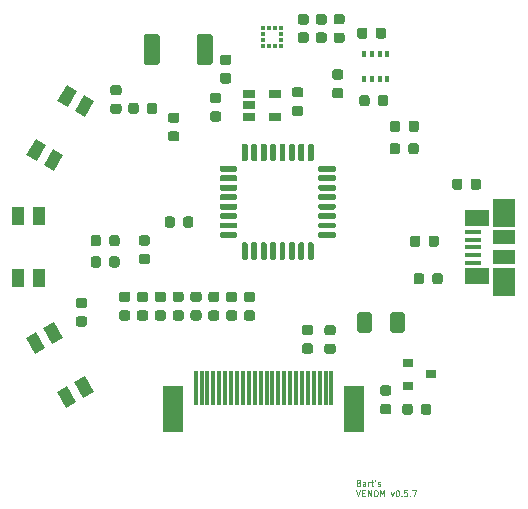
<source format=gbr>
G04 #@! TF.GenerationSoftware,KiCad,Pcbnew,5.1.8-1.fc33*
G04 #@! TF.CreationDate,2020-12-13T19:08:53+01:00*
G04 #@! TF.ProjectId,venom,76656e6f-6d2e-46b6-9963-61645f706362,rev?*
G04 #@! TF.SameCoordinates,Original*
G04 #@! TF.FileFunction,Paste,Top*
G04 #@! TF.FilePolarity,Positive*
%FSLAX46Y46*%
G04 Gerber Fmt 4.6, Leading zero omitted, Abs format (unit mm)*
G04 Created by KiCad (PCBNEW 5.1.8-1.fc33) date 2020-12-13 19:08:53*
%MOMM*%
%LPD*%
G01*
G04 APERTURE LIST*
%ADD10C,0.125000*%
%ADD11R,0.350000X0.500000*%
%ADD12R,1.800000X4.000000*%
%ADD13R,0.300000X3.000000*%
%ADD14C,0.100000*%
%ADD15R,0.900000X0.800000*%
%ADD16R,1.000000X1.550000*%
%ADD17R,1.060000X0.650000*%
%ADD18R,1.380000X0.450000*%
%ADD19R,2.100000X1.475000*%
%ADD20R,1.900000X2.375000*%
%ADD21R,1.900000X1.175000*%
%ADD22R,0.375000X0.350000*%
%ADD23R,0.350000X0.375000*%
G04 APERTURE END LIST*
D10*
X167580476Y-138716785D02*
X167651904Y-138740595D01*
X167675714Y-138764404D01*
X167699523Y-138812023D01*
X167699523Y-138883452D01*
X167675714Y-138931071D01*
X167651904Y-138954880D01*
X167604285Y-138978690D01*
X167413809Y-138978690D01*
X167413809Y-138478690D01*
X167580476Y-138478690D01*
X167628095Y-138502500D01*
X167651904Y-138526309D01*
X167675714Y-138573928D01*
X167675714Y-138621547D01*
X167651904Y-138669166D01*
X167628095Y-138692976D01*
X167580476Y-138716785D01*
X167413809Y-138716785D01*
X168128095Y-138978690D02*
X168128095Y-138716785D01*
X168104285Y-138669166D01*
X168056666Y-138645357D01*
X167961428Y-138645357D01*
X167913809Y-138669166D01*
X168128095Y-138954880D02*
X168080476Y-138978690D01*
X167961428Y-138978690D01*
X167913809Y-138954880D01*
X167890000Y-138907261D01*
X167890000Y-138859642D01*
X167913809Y-138812023D01*
X167961428Y-138788214D01*
X168080476Y-138788214D01*
X168128095Y-138764404D01*
X168366190Y-138978690D02*
X168366190Y-138645357D01*
X168366190Y-138740595D02*
X168390000Y-138692976D01*
X168413809Y-138669166D01*
X168461428Y-138645357D01*
X168509047Y-138645357D01*
X168604285Y-138645357D02*
X168794761Y-138645357D01*
X168675714Y-138478690D02*
X168675714Y-138907261D01*
X168699523Y-138954880D01*
X168747142Y-138978690D01*
X168794761Y-138978690D01*
X168985238Y-138478690D02*
X168937619Y-138573928D01*
X169175714Y-138954880D02*
X169223333Y-138978690D01*
X169318571Y-138978690D01*
X169366190Y-138954880D01*
X169390000Y-138907261D01*
X169390000Y-138883452D01*
X169366190Y-138835833D01*
X169318571Y-138812023D01*
X169247142Y-138812023D01*
X169199523Y-138788214D01*
X169175714Y-138740595D01*
X169175714Y-138716785D01*
X169199523Y-138669166D01*
X169247142Y-138645357D01*
X169318571Y-138645357D01*
X169366190Y-138669166D01*
X167378095Y-139353690D02*
X167544761Y-139853690D01*
X167711428Y-139353690D01*
X167878095Y-139591785D02*
X168044761Y-139591785D01*
X168116190Y-139853690D02*
X167878095Y-139853690D01*
X167878095Y-139353690D01*
X168116190Y-139353690D01*
X168330476Y-139853690D02*
X168330476Y-139353690D01*
X168616190Y-139853690D01*
X168616190Y-139353690D01*
X168949523Y-139353690D02*
X169044761Y-139353690D01*
X169092380Y-139377500D01*
X169140000Y-139425119D01*
X169163809Y-139520357D01*
X169163809Y-139687023D01*
X169140000Y-139782261D01*
X169092380Y-139829880D01*
X169044761Y-139853690D01*
X168949523Y-139853690D01*
X168901904Y-139829880D01*
X168854285Y-139782261D01*
X168830476Y-139687023D01*
X168830476Y-139520357D01*
X168854285Y-139425119D01*
X168901904Y-139377500D01*
X168949523Y-139353690D01*
X169378095Y-139853690D02*
X169378095Y-139353690D01*
X169544761Y-139710833D01*
X169711428Y-139353690D01*
X169711428Y-139853690D01*
X170282857Y-139520357D02*
X170401904Y-139853690D01*
X170520952Y-139520357D01*
X170806666Y-139353690D02*
X170854285Y-139353690D01*
X170901904Y-139377500D01*
X170925714Y-139401309D01*
X170949523Y-139448928D01*
X170973333Y-139544166D01*
X170973333Y-139663214D01*
X170949523Y-139758452D01*
X170925714Y-139806071D01*
X170901904Y-139829880D01*
X170854285Y-139853690D01*
X170806666Y-139853690D01*
X170759047Y-139829880D01*
X170735238Y-139806071D01*
X170711428Y-139758452D01*
X170687619Y-139663214D01*
X170687619Y-139544166D01*
X170711428Y-139448928D01*
X170735238Y-139401309D01*
X170759047Y-139377500D01*
X170806666Y-139353690D01*
X171187619Y-139806071D02*
X171211428Y-139829880D01*
X171187619Y-139853690D01*
X171163809Y-139829880D01*
X171187619Y-139806071D01*
X171187619Y-139853690D01*
X171663809Y-139353690D02*
X171425714Y-139353690D01*
X171401904Y-139591785D01*
X171425714Y-139567976D01*
X171473333Y-139544166D01*
X171592380Y-139544166D01*
X171640000Y-139567976D01*
X171663809Y-139591785D01*
X171687619Y-139639404D01*
X171687619Y-139758452D01*
X171663809Y-139806071D01*
X171640000Y-139829880D01*
X171592380Y-139853690D01*
X171473333Y-139853690D01*
X171425714Y-139829880D01*
X171401904Y-139806071D01*
X171901904Y-139806071D02*
X171925714Y-139829880D01*
X171901904Y-139853690D01*
X171878095Y-139829880D01*
X171901904Y-139806071D01*
X171901904Y-139853690D01*
X172092380Y-139353690D02*
X172425714Y-139353690D01*
X172211428Y-139853690D01*
D11*
X168045000Y-104505000D03*
X168695000Y-104505000D03*
X169345000Y-104505000D03*
X169995000Y-104505000D03*
X169995000Y-102455000D03*
X169345000Y-102455000D03*
X168695000Y-102455000D03*
X168045000Y-102455000D03*
D12*
X167160000Y-132510000D03*
X151860000Y-132510000D03*
D13*
X153760000Y-130710000D03*
X154260000Y-130710000D03*
X154760000Y-130710000D03*
X155260000Y-130710000D03*
X155760000Y-130710000D03*
X156260000Y-130710000D03*
X156760000Y-130710000D03*
X157260000Y-130710000D03*
X157760000Y-130710000D03*
X158260000Y-130710000D03*
X158760000Y-130710000D03*
X159260000Y-130710000D03*
X159760000Y-130710000D03*
X160260000Y-130710000D03*
X160760000Y-130710000D03*
X161260000Y-130710000D03*
X161760000Y-130710000D03*
X162260000Y-130710000D03*
X162760000Y-130710000D03*
X163260000Y-130710000D03*
X163760000Y-130710000D03*
X164260000Y-130710000D03*
X164760000Y-130710000D03*
X165260000Y-130710000D03*
D14*
G36*
X140863109Y-125640513D02*
G01*
X141729135Y-125140513D01*
X142504135Y-126482853D01*
X141638109Y-126982853D01*
X140863109Y-125640513D01*
G37*
G36*
X143488109Y-130187147D02*
G01*
X144354135Y-129687147D01*
X145129135Y-131029487D01*
X144263109Y-131529487D01*
X143488109Y-130187147D01*
G37*
G36*
X142015865Y-131037147D02*
G01*
X142881891Y-130537147D01*
X143656891Y-131879487D01*
X142790865Y-132379487D01*
X142015865Y-131037147D01*
G37*
G36*
X139390865Y-126490513D02*
G01*
X140256891Y-125990513D01*
X141031891Y-127332853D01*
X140165865Y-127832853D01*
X139390865Y-126490513D01*
G37*
G36*
G01*
X155215000Y-100964999D02*
X155215000Y-103115001D01*
G75*
G02*
X154965001Y-103365000I-249999J0D01*
G01*
X154114999Y-103365000D01*
G75*
G02*
X153865000Y-103115001I0J249999D01*
G01*
X153865000Y-100964999D01*
G75*
G02*
X154114999Y-100715000I249999J0D01*
G01*
X154965001Y-100715000D01*
G75*
G02*
X155215000Y-100964999I0J-249999D01*
G01*
G37*
G36*
G01*
X150715000Y-100964999D02*
X150715000Y-103115001D01*
G75*
G02*
X150465001Y-103365000I-249999J0D01*
G01*
X149614999Y-103365000D01*
G75*
G02*
X149365000Y-103115001I0J249999D01*
G01*
X149365000Y-100964999D01*
G75*
G02*
X149614999Y-100715000I249999J0D01*
G01*
X150465001Y-100715000D01*
G75*
G02*
X150715000Y-100964999I0J-249999D01*
G01*
G37*
G36*
G01*
X168306000Y-100403750D02*
X168306000Y-100916250D01*
G75*
G02*
X168087250Y-101135000I-218750J0D01*
G01*
X167649750Y-101135000D01*
G75*
G02*
X167431000Y-100916250I0J218750D01*
G01*
X167431000Y-100403750D01*
G75*
G02*
X167649750Y-100185000I218750J0D01*
G01*
X168087250Y-100185000D01*
G75*
G02*
X168306000Y-100403750I0J-218750D01*
G01*
G37*
G36*
G01*
X169881000Y-100403750D02*
X169881000Y-100916250D01*
G75*
G02*
X169662250Y-101135000I-218750J0D01*
G01*
X169224750Y-101135000D01*
G75*
G02*
X169006000Y-100916250I0J218750D01*
G01*
X169006000Y-100403750D01*
G75*
G02*
X169224750Y-100185000I218750J0D01*
G01*
X169662250Y-100185000D01*
G75*
G02*
X169881000Y-100403750I0J-218750D01*
G01*
G37*
G36*
G01*
X166166250Y-101485000D02*
X165653750Y-101485000D01*
G75*
G02*
X165435000Y-101266250I0J218750D01*
G01*
X165435000Y-100828750D01*
G75*
G02*
X165653750Y-100610000I218750J0D01*
G01*
X166166250Y-100610000D01*
G75*
G02*
X166385000Y-100828750I0J-218750D01*
G01*
X166385000Y-101266250D01*
G75*
G02*
X166166250Y-101485000I-218750J0D01*
G01*
G37*
G36*
G01*
X166166250Y-99910000D02*
X165653750Y-99910000D01*
G75*
G02*
X165435000Y-99691250I0J218750D01*
G01*
X165435000Y-99253750D01*
G75*
G02*
X165653750Y-99035000I218750J0D01*
G01*
X166166250Y-99035000D01*
G75*
G02*
X166385000Y-99253750I0J-218750D01*
G01*
X166385000Y-99691250D01*
G75*
G02*
X166166250Y-99910000I-218750J0D01*
G01*
G37*
G36*
G01*
X170195000Y-110696250D02*
X170195000Y-110183750D01*
G75*
G02*
X170413750Y-109965000I218750J0D01*
G01*
X170851250Y-109965000D01*
G75*
G02*
X171070000Y-110183750I0J-218750D01*
G01*
X171070000Y-110696250D01*
G75*
G02*
X170851250Y-110915000I-218750J0D01*
G01*
X170413750Y-110915000D01*
G75*
G02*
X170195000Y-110696250I0J218750D01*
G01*
G37*
G36*
G01*
X171770000Y-110696250D02*
X171770000Y-110183750D01*
G75*
G02*
X171988750Y-109965000I218750J0D01*
G01*
X172426250Y-109965000D01*
G75*
G02*
X172645000Y-110183750I0J-218750D01*
G01*
X172645000Y-110696250D01*
G75*
G02*
X172426250Y-110915000I-218750J0D01*
G01*
X171988750Y-110915000D01*
G75*
G02*
X171770000Y-110696250I0J218750D01*
G01*
G37*
G36*
G01*
X171790000Y-108806250D02*
X171790000Y-108293750D01*
G75*
G02*
X172008750Y-108075000I218750J0D01*
G01*
X172446250Y-108075000D01*
G75*
G02*
X172665000Y-108293750I0J-218750D01*
G01*
X172665000Y-108806250D01*
G75*
G02*
X172446250Y-109025000I-218750J0D01*
G01*
X172008750Y-109025000D01*
G75*
G02*
X171790000Y-108806250I0J218750D01*
G01*
G37*
G36*
G01*
X170215000Y-108806250D02*
X170215000Y-108293750D01*
G75*
G02*
X170433750Y-108075000I218750J0D01*
G01*
X170871250Y-108075000D01*
G75*
G02*
X171090000Y-108293750I0J-218750D01*
G01*
X171090000Y-108806250D01*
G75*
G02*
X170871250Y-109025000I-218750J0D01*
G01*
X170433750Y-109025000D01*
G75*
G02*
X170215000Y-108806250I0J218750D01*
G01*
G37*
G36*
G01*
X173480000Y-118536250D02*
X173480000Y-118023750D01*
G75*
G02*
X173698750Y-117805000I218750J0D01*
G01*
X174136250Y-117805000D01*
G75*
G02*
X174355000Y-118023750I0J-218750D01*
G01*
X174355000Y-118536250D01*
G75*
G02*
X174136250Y-118755000I-218750J0D01*
G01*
X173698750Y-118755000D01*
G75*
G02*
X173480000Y-118536250I0J218750D01*
G01*
G37*
G36*
G01*
X171905000Y-118536250D02*
X171905000Y-118023750D01*
G75*
G02*
X172123750Y-117805000I218750J0D01*
G01*
X172561250Y-117805000D01*
G75*
G02*
X172780000Y-118023750I0J-218750D01*
G01*
X172780000Y-118536250D01*
G75*
G02*
X172561250Y-118755000I-218750J0D01*
G01*
X172123750Y-118755000D01*
G75*
G02*
X171905000Y-118536250I0J218750D01*
G01*
G37*
G36*
G01*
X165396250Y-127825000D02*
X164883750Y-127825000D01*
G75*
G02*
X164665000Y-127606250I0J218750D01*
G01*
X164665000Y-127168750D01*
G75*
G02*
X164883750Y-126950000I218750J0D01*
G01*
X165396250Y-126950000D01*
G75*
G02*
X165615000Y-127168750I0J-218750D01*
G01*
X165615000Y-127606250D01*
G75*
G02*
X165396250Y-127825000I-218750J0D01*
G01*
G37*
G36*
G01*
X165396250Y-126250000D02*
X164883750Y-126250000D01*
G75*
G02*
X164665000Y-126031250I0J218750D01*
G01*
X164665000Y-125593750D01*
G75*
G02*
X164883750Y-125375000I218750J0D01*
G01*
X165396250Y-125375000D01*
G75*
G02*
X165615000Y-125593750I0J-218750D01*
G01*
X165615000Y-126031250D01*
G75*
G02*
X165396250Y-126250000I-218750J0D01*
G01*
G37*
G36*
G01*
X163486250Y-127805000D02*
X162973750Y-127805000D01*
G75*
G02*
X162755000Y-127586250I0J218750D01*
G01*
X162755000Y-127148750D01*
G75*
G02*
X162973750Y-126930000I218750J0D01*
G01*
X163486250Y-126930000D01*
G75*
G02*
X163705000Y-127148750I0J-218750D01*
G01*
X163705000Y-127586250D01*
G75*
G02*
X163486250Y-127805000I-218750J0D01*
G01*
G37*
G36*
G01*
X163486250Y-126230000D02*
X162973750Y-126230000D01*
G75*
G02*
X162755000Y-126011250I0J218750D01*
G01*
X162755000Y-125573750D01*
G75*
G02*
X162973750Y-125355000I218750J0D01*
G01*
X163486250Y-125355000D01*
G75*
G02*
X163705000Y-125573750I0J-218750D01*
G01*
X163705000Y-126011250D01*
G75*
G02*
X163486250Y-126230000I-218750J0D01*
G01*
G37*
G36*
G01*
X158576250Y-123430000D02*
X158063750Y-123430000D01*
G75*
G02*
X157845000Y-123211250I0J218750D01*
G01*
X157845000Y-122773750D01*
G75*
G02*
X158063750Y-122555000I218750J0D01*
G01*
X158576250Y-122555000D01*
G75*
G02*
X158795000Y-122773750I0J-218750D01*
G01*
X158795000Y-123211250D01*
G75*
G02*
X158576250Y-123430000I-218750J0D01*
G01*
G37*
G36*
G01*
X158576250Y-125005000D02*
X158063750Y-125005000D01*
G75*
G02*
X157845000Y-124786250I0J218750D01*
G01*
X157845000Y-124348750D01*
G75*
G02*
X158063750Y-124130000I218750J0D01*
G01*
X158576250Y-124130000D01*
G75*
G02*
X158795000Y-124348750I0J-218750D01*
G01*
X158795000Y-124786250D01*
G75*
G02*
X158576250Y-125005000I-218750J0D01*
G01*
G37*
G36*
G01*
X157066250Y-123430000D02*
X156553750Y-123430000D01*
G75*
G02*
X156335000Y-123211250I0J218750D01*
G01*
X156335000Y-122773750D01*
G75*
G02*
X156553750Y-122555000I218750J0D01*
G01*
X157066250Y-122555000D01*
G75*
G02*
X157285000Y-122773750I0J-218750D01*
G01*
X157285000Y-123211250D01*
G75*
G02*
X157066250Y-123430000I-218750J0D01*
G01*
G37*
G36*
G01*
X157066250Y-125005000D02*
X156553750Y-125005000D01*
G75*
G02*
X156335000Y-124786250I0J218750D01*
G01*
X156335000Y-124348750D01*
G75*
G02*
X156553750Y-124130000I218750J0D01*
G01*
X157066250Y-124130000D01*
G75*
G02*
X157285000Y-124348750I0J-218750D01*
G01*
X157285000Y-124786250D01*
G75*
G02*
X157066250Y-125005000I-218750J0D01*
G01*
G37*
G36*
G01*
X155556250Y-125005000D02*
X155043750Y-125005000D01*
G75*
G02*
X154825000Y-124786250I0J218750D01*
G01*
X154825000Y-124348750D01*
G75*
G02*
X155043750Y-124130000I218750J0D01*
G01*
X155556250Y-124130000D01*
G75*
G02*
X155775000Y-124348750I0J-218750D01*
G01*
X155775000Y-124786250D01*
G75*
G02*
X155556250Y-125005000I-218750J0D01*
G01*
G37*
G36*
G01*
X155556250Y-123430000D02*
X155043750Y-123430000D01*
G75*
G02*
X154825000Y-123211250I0J218750D01*
G01*
X154825000Y-122773750D01*
G75*
G02*
X155043750Y-122555000I218750J0D01*
G01*
X155556250Y-122555000D01*
G75*
G02*
X155775000Y-122773750I0J-218750D01*
G01*
X155775000Y-123211250D01*
G75*
G02*
X155556250Y-123430000I-218750J0D01*
G01*
G37*
G36*
G01*
X154046250Y-124995000D02*
X153533750Y-124995000D01*
G75*
G02*
X153315000Y-124776250I0J218750D01*
G01*
X153315000Y-124338750D01*
G75*
G02*
X153533750Y-124120000I218750J0D01*
G01*
X154046250Y-124120000D01*
G75*
G02*
X154265000Y-124338750I0J-218750D01*
G01*
X154265000Y-124776250D01*
G75*
G02*
X154046250Y-124995000I-218750J0D01*
G01*
G37*
G36*
G01*
X154046250Y-123420000D02*
X153533750Y-123420000D01*
G75*
G02*
X153315000Y-123201250I0J218750D01*
G01*
X153315000Y-122763750D01*
G75*
G02*
X153533750Y-122545000I218750J0D01*
G01*
X154046250Y-122545000D01*
G75*
G02*
X154265000Y-122763750I0J-218750D01*
G01*
X154265000Y-123201250D01*
G75*
G02*
X154046250Y-123420000I-218750J0D01*
G01*
G37*
G36*
G01*
X152536250Y-123420000D02*
X152023750Y-123420000D01*
G75*
G02*
X151805000Y-123201250I0J218750D01*
G01*
X151805000Y-122763750D01*
G75*
G02*
X152023750Y-122545000I218750J0D01*
G01*
X152536250Y-122545000D01*
G75*
G02*
X152755000Y-122763750I0J-218750D01*
G01*
X152755000Y-123201250D01*
G75*
G02*
X152536250Y-123420000I-218750J0D01*
G01*
G37*
G36*
G01*
X152536250Y-124995000D02*
X152023750Y-124995000D01*
G75*
G02*
X151805000Y-124776250I0J218750D01*
G01*
X151805000Y-124338750D01*
G75*
G02*
X152023750Y-124120000I218750J0D01*
G01*
X152536250Y-124120000D01*
G75*
G02*
X152755000Y-124338750I0J-218750D01*
G01*
X152755000Y-124776250D01*
G75*
G02*
X152536250Y-124995000I-218750J0D01*
G01*
G37*
G36*
G01*
X151026250Y-124995000D02*
X150513750Y-124995000D01*
G75*
G02*
X150295000Y-124776250I0J218750D01*
G01*
X150295000Y-124338750D01*
G75*
G02*
X150513750Y-124120000I218750J0D01*
G01*
X151026250Y-124120000D01*
G75*
G02*
X151245000Y-124338750I0J-218750D01*
G01*
X151245000Y-124776250D01*
G75*
G02*
X151026250Y-124995000I-218750J0D01*
G01*
G37*
G36*
G01*
X151026250Y-123420000D02*
X150513750Y-123420000D01*
G75*
G02*
X150295000Y-123201250I0J218750D01*
G01*
X150295000Y-122763750D01*
G75*
G02*
X150513750Y-122545000I218750J0D01*
G01*
X151026250Y-122545000D01*
G75*
G02*
X151245000Y-122763750I0J-218750D01*
G01*
X151245000Y-123201250D01*
G75*
G02*
X151026250Y-123420000I-218750J0D01*
G01*
G37*
G36*
G01*
X149516250Y-123420000D02*
X149003750Y-123420000D01*
G75*
G02*
X148785000Y-123201250I0J218750D01*
G01*
X148785000Y-122763750D01*
G75*
G02*
X149003750Y-122545000I218750J0D01*
G01*
X149516250Y-122545000D01*
G75*
G02*
X149735000Y-122763750I0J-218750D01*
G01*
X149735000Y-123201250D01*
G75*
G02*
X149516250Y-123420000I-218750J0D01*
G01*
G37*
G36*
G01*
X149516250Y-124995000D02*
X149003750Y-124995000D01*
G75*
G02*
X148785000Y-124776250I0J218750D01*
G01*
X148785000Y-124338750D01*
G75*
G02*
X149003750Y-124120000I218750J0D01*
G01*
X149516250Y-124120000D01*
G75*
G02*
X149735000Y-124338750I0J-218750D01*
G01*
X149735000Y-124776250D01*
G75*
G02*
X149516250Y-124995000I-218750J0D01*
G01*
G37*
G36*
G01*
X148006250Y-123420000D02*
X147493750Y-123420000D01*
G75*
G02*
X147275000Y-123201250I0J218750D01*
G01*
X147275000Y-122763750D01*
G75*
G02*
X147493750Y-122545000I218750J0D01*
G01*
X148006250Y-122545000D01*
G75*
G02*
X148225000Y-122763750I0J-218750D01*
G01*
X148225000Y-123201250D01*
G75*
G02*
X148006250Y-123420000I-218750J0D01*
G01*
G37*
G36*
G01*
X148006250Y-124995000D02*
X147493750Y-124995000D01*
G75*
G02*
X147275000Y-124776250I0J218750D01*
G01*
X147275000Y-124338750D01*
G75*
G02*
X147493750Y-124120000I218750J0D01*
G01*
X148006250Y-124120000D01*
G75*
G02*
X148225000Y-124338750I0J-218750D01*
G01*
X148225000Y-124776250D01*
G75*
G02*
X148006250Y-124995000I-218750J0D01*
G01*
G37*
G36*
G01*
X155191750Y-107284000D02*
X155704250Y-107284000D01*
G75*
G02*
X155923000Y-107502750I0J-218750D01*
G01*
X155923000Y-107940250D01*
G75*
G02*
X155704250Y-108159000I-218750J0D01*
G01*
X155191750Y-108159000D01*
G75*
G02*
X154973000Y-107940250I0J218750D01*
G01*
X154973000Y-107502750D01*
G75*
G02*
X155191750Y-107284000I218750J0D01*
G01*
G37*
G36*
G01*
X155191750Y-105709000D02*
X155704250Y-105709000D01*
G75*
G02*
X155923000Y-105927750I0J-218750D01*
G01*
X155923000Y-106365250D01*
G75*
G02*
X155704250Y-106584000I-218750J0D01*
G01*
X155191750Y-106584000D01*
G75*
G02*
X154973000Y-106365250I0J218750D01*
G01*
X154973000Y-105927750D01*
G75*
G02*
X155191750Y-105709000I218750J0D01*
G01*
G37*
G36*
G01*
X162646250Y-107675000D02*
X162133750Y-107675000D01*
G75*
G02*
X161915000Y-107456250I0J218750D01*
G01*
X161915000Y-107018750D01*
G75*
G02*
X162133750Y-106800000I218750J0D01*
G01*
X162646250Y-106800000D01*
G75*
G02*
X162865000Y-107018750I0J-218750D01*
G01*
X162865000Y-107456250D01*
G75*
G02*
X162646250Y-107675000I-218750J0D01*
G01*
G37*
G36*
G01*
X162646250Y-106100000D02*
X162133750Y-106100000D01*
G75*
G02*
X161915000Y-105881250I0J218750D01*
G01*
X161915000Y-105443750D01*
G75*
G02*
X162133750Y-105225000I218750J0D01*
G01*
X162646250Y-105225000D01*
G75*
G02*
X162865000Y-105443750I0J-218750D01*
G01*
X162865000Y-105881250D01*
G75*
G02*
X162646250Y-106100000I-218750J0D01*
G01*
G37*
D15*
X171700000Y-128590000D03*
X171700000Y-130490000D03*
X173700000Y-129540000D03*
G36*
G01*
X151635750Y-107377500D02*
X152148250Y-107377500D01*
G75*
G02*
X152367000Y-107596250I0J-218750D01*
G01*
X152367000Y-108033750D01*
G75*
G02*
X152148250Y-108252500I-218750J0D01*
G01*
X151635750Y-108252500D01*
G75*
G02*
X151417000Y-108033750I0J218750D01*
G01*
X151417000Y-107596250D01*
G75*
G02*
X151635750Y-107377500I218750J0D01*
G01*
G37*
G36*
G01*
X151635750Y-108952500D02*
X152148250Y-108952500D01*
G75*
G02*
X152367000Y-109171250I0J-218750D01*
G01*
X152367000Y-109608750D01*
G75*
G02*
X152148250Y-109827500I-218750J0D01*
G01*
X151635750Y-109827500D01*
G75*
G02*
X151417000Y-109608750I0J218750D01*
G01*
X151417000Y-109171250D01*
G75*
G02*
X151635750Y-108952500I218750J0D01*
G01*
G37*
G36*
G01*
X168480000Y-106113750D02*
X168480000Y-106626250D01*
G75*
G02*
X168261250Y-106845000I-218750J0D01*
G01*
X167823750Y-106845000D01*
G75*
G02*
X167605000Y-106626250I0J218750D01*
G01*
X167605000Y-106113750D01*
G75*
G02*
X167823750Y-105895000I218750J0D01*
G01*
X168261250Y-105895000D01*
G75*
G02*
X168480000Y-106113750I0J-218750D01*
G01*
G37*
G36*
G01*
X170055000Y-106113750D02*
X170055000Y-106626250D01*
G75*
G02*
X169836250Y-106845000I-218750J0D01*
G01*
X169398750Y-106845000D01*
G75*
G02*
X169180000Y-106626250I0J218750D01*
G01*
X169180000Y-106113750D01*
G75*
G02*
X169398750Y-105895000I218750J0D01*
G01*
X169836250Y-105895000D01*
G75*
G02*
X170055000Y-106113750I0J-218750D01*
G01*
G37*
G36*
G01*
X166046250Y-106165000D02*
X165533750Y-106165000D01*
G75*
G02*
X165315000Y-105946250I0J218750D01*
G01*
X165315000Y-105508750D01*
G75*
G02*
X165533750Y-105290000I218750J0D01*
G01*
X166046250Y-105290000D01*
G75*
G02*
X166265000Y-105508750I0J-218750D01*
G01*
X166265000Y-105946250D01*
G75*
G02*
X166046250Y-106165000I-218750J0D01*
G01*
G37*
G36*
G01*
X166046250Y-104590000D02*
X165533750Y-104590000D01*
G75*
G02*
X165315000Y-104371250I0J218750D01*
G01*
X165315000Y-103933750D01*
G75*
G02*
X165533750Y-103715000I218750J0D01*
G01*
X166046250Y-103715000D01*
G75*
G02*
X166265000Y-103933750I0J-218750D01*
G01*
X166265000Y-104371250D01*
G75*
G02*
X166046250Y-104590000I-218750J0D01*
G01*
G37*
G36*
G01*
X169593750Y-130475000D02*
X170106250Y-130475000D01*
G75*
G02*
X170325000Y-130693750I0J-218750D01*
G01*
X170325000Y-131131250D01*
G75*
G02*
X170106250Y-131350000I-218750J0D01*
G01*
X169593750Y-131350000D01*
G75*
G02*
X169375000Y-131131250I0J218750D01*
G01*
X169375000Y-130693750D01*
G75*
G02*
X169593750Y-130475000I218750J0D01*
G01*
G37*
G36*
G01*
X169593750Y-132050000D02*
X170106250Y-132050000D01*
G75*
G02*
X170325000Y-132268750I0J-218750D01*
G01*
X170325000Y-132706250D01*
G75*
G02*
X170106250Y-132925000I-218750J0D01*
G01*
X169593750Y-132925000D01*
G75*
G02*
X169375000Y-132706250I0J218750D01*
G01*
X169375000Y-132268750D01*
G75*
G02*
X169593750Y-132050000I218750J0D01*
G01*
G37*
G36*
G01*
X172830000Y-132756250D02*
X172830000Y-132243750D01*
G75*
G02*
X173048750Y-132025000I218750J0D01*
G01*
X173486250Y-132025000D01*
G75*
G02*
X173705000Y-132243750I0J-218750D01*
G01*
X173705000Y-132756250D01*
G75*
G02*
X173486250Y-132975000I-218750J0D01*
G01*
X173048750Y-132975000D01*
G75*
G02*
X172830000Y-132756250I0J218750D01*
G01*
G37*
G36*
G01*
X171255000Y-132756250D02*
X171255000Y-132243750D01*
G75*
G02*
X171473750Y-132025000I218750J0D01*
G01*
X171911250Y-132025000D01*
G75*
G02*
X172130000Y-132243750I0J-218750D01*
G01*
X172130000Y-132756250D01*
G75*
G02*
X171911250Y-132975000I-218750J0D01*
G01*
X171473750Y-132975000D01*
G75*
G02*
X171255000Y-132756250I0J218750D01*
G01*
G37*
D14*
G36*
X144303109Y-105930513D02*
G01*
X145169135Y-106430513D01*
X144394135Y-107772853D01*
X143528109Y-107272853D01*
X144303109Y-105930513D01*
G37*
G36*
X141678109Y-110477147D02*
G01*
X142544135Y-110977147D01*
X141769135Y-112319487D01*
X140903109Y-111819487D01*
X141678109Y-110477147D01*
G37*
G36*
X140205865Y-109627147D02*
G01*
X141071891Y-110127147D01*
X140296891Y-111469487D01*
X139430865Y-110969487D01*
X140205865Y-109627147D01*
G37*
G36*
X142830865Y-105080513D02*
G01*
X143696891Y-105580513D01*
X142921891Y-106922853D01*
X142055865Y-106422853D01*
X142830865Y-105080513D01*
G37*
D16*
X138760000Y-116155000D03*
X138760000Y-121405000D03*
X140460000Y-121405000D03*
X140460000Y-116155000D03*
D17*
X158310000Y-105830000D03*
X158310000Y-106780000D03*
X158310000Y-107730000D03*
X160510000Y-107730000D03*
X160510000Y-105830000D03*
D18*
X177210000Y-120080000D03*
X177210000Y-119430000D03*
X177210000Y-118780000D03*
X177210000Y-118130000D03*
X177210000Y-117480000D03*
D19*
X177570000Y-121242500D03*
X177570000Y-116317500D03*
D20*
X179870000Y-121690000D03*
X179870000Y-115870000D03*
D21*
X179870000Y-119620000D03*
X179870000Y-117940000D03*
G36*
G01*
X173100000Y-121193750D02*
X173100000Y-121706250D01*
G75*
G02*
X172881250Y-121925000I-218750J0D01*
G01*
X172443750Y-121925000D01*
G75*
G02*
X172225000Y-121706250I0J218750D01*
G01*
X172225000Y-121193750D01*
G75*
G02*
X172443750Y-120975000I218750J0D01*
G01*
X172881250Y-120975000D01*
G75*
G02*
X173100000Y-121193750I0J-218750D01*
G01*
G37*
G36*
G01*
X174675000Y-121193750D02*
X174675000Y-121706250D01*
G75*
G02*
X174456250Y-121925000I-218750J0D01*
G01*
X174018750Y-121925000D01*
G75*
G02*
X173800000Y-121706250I0J218750D01*
G01*
X173800000Y-121193750D01*
G75*
G02*
X174018750Y-120975000I218750J0D01*
G01*
X174456250Y-120975000D01*
G75*
G02*
X174675000Y-121193750I0J-218750D01*
G01*
G37*
G36*
G01*
X153575000Y-116393750D02*
X153575000Y-116906250D01*
G75*
G02*
X153356250Y-117125000I-218750J0D01*
G01*
X152918750Y-117125000D01*
G75*
G02*
X152700000Y-116906250I0J218750D01*
G01*
X152700000Y-116393750D01*
G75*
G02*
X152918750Y-116175000I218750J0D01*
G01*
X153356250Y-116175000D01*
G75*
G02*
X153575000Y-116393750I0J-218750D01*
G01*
G37*
G36*
G01*
X152000000Y-116393750D02*
X152000000Y-116906250D01*
G75*
G02*
X151781250Y-117125000I-218750J0D01*
G01*
X151343750Y-117125000D01*
G75*
G02*
X151125000Y-116906250I0J218750D01*
G01*
X151125000Y-116393750D01*
G75*
G02*
X151343750Y-116175000I218750J0D01*
G01*
X151781250Y-116175000D01*
G75*
G02*
X152000000Y-116393750I0J-218750D01*
G01*
G37*
G36*
G01*
X163385000Y-110015000D02*
X163635000Y-110015000D01*
G75*
G02*
X163760000Y-110140000I0J-125000D01*
G01*
X163760000Y-111390000D01*
G75*
G02*
X163635000Y-111515000I-125000J0D01*
G01*
X163385000Y-111515000D01*
G75*
G02*
X163260000Y-111390000I0J125000D01*
G01*
X163260000Y-110140000D01*
G75*
G02*
X163385000Y-110015000I125000J0D01*
G01*
G37*
G36*
G01*
X162585000Y-110015000D02*
X162835000Y-110015000D01*
G75*
G02*
X162960000Y-110140000I0J-125000D01*
G01*
X162960000Y-111390000D01*
G75*
G02*
X162835000Y-111515000I-125000J0D01*
G01*
X162585000Y-111515000D01*
G75*
G02*
X162460000Y-111390000I0J125000D01*
G01*
X162460000Y-110140000D01*
G75*
G02*
X162585000Y-110015000I125000J0D01*
G01*
G37*
G36*
G01*
X161785000Y-110015000D02*
X162035000Y-110015000D01*
G75*
G02*
X162160000Y-110140000I0J-125000D01*
G01*
X162160000Y-111390000D01*
G75*
G02*
X162035000Y-111515000I-125000J0D01*
G01*
X161785000Y-111515000D01*
G75*
G02*
X161660000Y-111390000I0J125000D01*
G01*
X161660000Y-110140000D01*
G75*
G02*
X161785000Y-110015000I125000J0D01*
G01*
G37*
G36*
G01*
X160985000Y-110015000D02*
X161235000Y-110015000D01*
G75*
G02*
X161360000Y-110140000I0J-125000D01*
G01*
X161360000Y-111390000D01*
G75*
G02*
X161235000Y-111515000I-125000J0D01*
G01*
X160985000Y-111515000D01*
G75*
G02*
X160860000Y-111390000I0J125000D01*
G01*
X160860000Y-110140000D01*
G75*
G02*
X160985000Y-110015000I125000J0D01*
G01*
G37*
G36*
G01*
X160185000Y-110015000D02*
X160435000Y-110015000D01*
G75*
G02*
X160560000Y-110140000I0J-125000D01*
G01*
X160560000Y-111390000D01*
G75*
G02*
X160435000Y-111515000I-125000J0D01*
G01*
X160185000Y-111515000D01*
G75*
G02*
X160060000Y-111390000I0J125000D01*
G01*
X160060000Y-110140000D01*
G75*
G02*
X160185000Y-110015000I125000J0D01*
G01*
G37*
G36*
G01*
X159385000Y-110015000D02*
X159635000Y-110015000D01*
G75*
G02*
X159760000Y-110140000I0J-125000D01*
G01*
X159760000Y-111390000D01*
G75*
G02*
X159635000Y-111515000I-125000J0D01*
G01*
X159385000Y-111515000D01*
G75*
G02*
X159260000Y-111390000I0J125000D01*
G01*
X159260000Y-110140000D01*
G75*
G02*
X159385000Y-110015000I125000J0D01*
G01*
G37*
G36*
G01*
X158585000Y-110015000D02*
X158835000Y-110015000D01*
G75*
G02*
X158960000Y-110140000I0J-125000D01*
G01*
X158960000Y-111390000D01*
G75*
G02*
X158835000Y-111515000I-125000J0D01*
G01*
X158585000Y-111515000D01*
G75*
G02*
X158460000Y-111390000I0J125000D01*
G01*
X158460000Y-110140000D01*
G75*
G02*
X158585000Y-110015000I125000J0D01*
G01*
G37*
G36*
G01*
X157785000Y-110015000D02*
X158035000Y-110015000D01*
G75*
G02*
X158160000Y-110140000I0J-125000D01*
G01*
X158160000Y-111390000D01*
G75*
G02*
X158035000Y-111515000I-125000J0D01*
G01*
X157785000Y-111515000D01*
G75*
G02*
X157660000Y-111390000I0J125000D01*
G01*
X157660000Y-110140000D01*
G75*
G02*
X157785000Y-110015000I125000J0D01*
G01*
G37*
G36*
G01*
X155910000Y-111890000D02*
X157160000Y-111890000D01*
G75*
G02*
X157285000Y-112015000I0J-125000D01*
G01*
X157285000Y-112265000D01*
G75*
G02*
X157160000Y-112390000I-125000J0D01*
G01*
X155910000Y-112390000D01*
G75*
G02*
X155785000Y-112265000I0J125000D01*
G01*
X155785000Y-112015000D01*
G75*
G02*
X155910000Y-111890000I125000J0D01*
G01*
G37*
G36*
G01*
X155910000Y-112690000D02*
X157160000Y-112690000D01*
G75*
G02*
X157285000Y-112815000I0J-125000D01*
G01*
X157285000Y-113065000D01*
G75*
G02*
X157160000Y-113190000I-125000J0D01*
G01*
X155910000Y-113190000D01*
G75*
G02*
X155785000Y-113065000I0J125000D01*
G01*
X155785000Y-112815000D01*
G75*
G02*
X155910000Y-112690000I125000J0D01*
G01*
G37*
G36*
G01*
X155910000Y-113490000D02*
X157160000Y-113490000D01*
G75*
G02*
X157285000Y-113615000I0J-125000D01*
G01*
X157285000Y-113865000D01*
G75*
G02*
X157160000Y-113990000I-125000J0D01*
G01*
X155910000Y-113990000D01*
G75*
G02*
X155785000Y-113865000I0J125000D01*
G01*
X155785000Y-113615000D01*
G75*
G02*
X155910000Y-113490000I125000J0D01*
G01*
G37*
G36*
G01*
X155910000Y-114290000D02*
X157160000Y-114290000D01*
G75*
G02*
X157285000Y-114415000I0J-125000D01*
G01*
X157285000Y-114665000D01*
G75*
G02*
X157160000Y-114790000I-125000J0D01*
G01*
X155910000Y-114790000D01*
G75*
G02*
X155785000Y-114665000I0J125000D01*
G01*
X155785000Y-114415000D01*
G75*
G02*
X155910000Y-114290000I125000J0D01*
G01*
G37*
G36*
G01*
X155910000Y-115090000D02*
X157160000Y-115090000D01*
G75*
G02*
X157285000Y-115215000I0J-125000D01*
G01*
X157285000Y-115465000D01*
G75*
G02*
X157160000Y-115590000I-125000J0D01*
G01*
X155910000Y-115590000D01*
G75*
G02*
X155785000Y-115465000I0J125000D01*
G01*
X155785000Y-115215000D01*
G75*
G02*
X155910000Y-115090000I125000J0D01*
G01*
G37*
G36*
G01*
X155910000Y-115890000D02*
X157160000Y-115890000D01*
G75*
G02*
X157285000Y-116015000I0J-125000D01*
G01*
X157285000Y-116265000D01*
G75*
G02*
X157160000Y-116390000I-125000J0D01*
G01*
X155910000Y-116390000D01*
G75*
G02*
X155785000Y-116265000I0J125000D01*
G01*
X155785000Y-116015000D01*
G75*
G02*
X155910000Y-115890000I125000J0D01*
G01*
G37*
G36*
G01*
X155910000Y-116690000D02*
X157160000Y-116690000D01*
G75*
G02*
X157285000Y-116815000I0J-125000D01*
G01*
X157285000Y-117065000D01*
G75*
G02*
X157160000Y-117190000I-125000J0D01*
G01*
X155910000Y-117190000D01*
G75*
G02*
X155785000Y-117065000I0J125000D01*
G01*
X155785000Y-116815000D01*
G75*
G02*
X155910000Y-116690000I125000J0D01*
G01*
G37*
G36*
G01*
X155910000Y-117490000D02*
X157160000Y-117490000D01*
G75*
G02*
X157285000Y-117615000I0J-125000D01*
G01*
X157285000Y-117865000D01*
G75*
G02*
X157160000Y-117990000I-125000J0D01*
G01*
X155910000Y-117990000D01*
G75*
G02*
X155785000Y-117865000I0J125000D01*
G01*
X155785000Y-117615000D01*
G75*
G02*
X155910000Y-117490000I125000J0D01*
G01*
G37*
G36*
G01*
X157785000Y-118365000D02*
X158035000Y-118365000D01*
G75*
G02*
X158160000Y-118490000I0J-125000D01*
G01*
X158160000Y-119740000D01*
G75*
G02*
X158035000Y-119865000I-125000J0D01*
G01*
X157785000Y-119865000D01*
G75*
G02*
X157660000Y-119740000I0J125000D01*
G01*
X157660000Y-118490000D01*
G75*
G02*
X157785000Y-118365000I125000J0D01*
G01*
G37*
G36*
G01*
X158585000Y-118365000D02*
X158835000Y-118365000D01*
G75*
G02*
X158960000Y-118490000I0J-125000D01*
G01*
X158960000Y-119740000D01*
G75*
G02*
X158835000Y-119865000I-125000J0D01*
G01*
X158585000Y-119865000D01*
G75*
G02*
X158460000Y-119740000I0J125000D01*
G01*
X158460000Y-118490000D01*
G75*
G02*
X158585000Y-118365000I125000J0D01*
G01*
G37*
G36*
G01*
X159385000Y-118365000D02*
X159635000Y-118365000D01*
G75*
G02*
X159760000Y-118490000I0J-125000D01*
G01*
X159760000Y-119740000D01*
G75*
G02*
X159635000Y-119865000I-125000J0D01*
G01*
X159385000Y-119865000D01*
G75*
G02*
X159260000Y-119740000I0J125000D01*
G01*
X159260000Y-118490000D01*
G75*
G02*
X159385000Y-118365000I125000J0D01*
G01*
G37*
G36*
G01*
X160185000Y-118365000D02*
X160435000Y-118365000D01*
G75*
G02*
X160560000Y-118490000I0J-125000D01*
G01*
X160560000Y-119740000D01*
G75*
G02*
X160435000Y-119865000I-125000J0D01*
G01*
X160185000Y-119865000D01*
G75*
G02*
X160060000Y-119740000I0J125000D01*
G01*
X160060000Y-118490000D01*
G75*
G02*
X160185000Y-118365000I125000J0D01*
G01*
G37*
G36*
G01*
X160985000Y-118365000D02*
X161235000Y-118365000D01*
G75*
G02*
X161360000Y-118490000I0J-125000D01*
G01*
X161360000Y-119740000D01*
G75*
G02*
X161235000Y-119865000I-125000J0D01*
G01*
X160985000Y-119865000D01*
G75*
G02*
X160860000Y-119740000I0J125000D01*
G01*
X160860000Y-118490000D01*
G75*
G02*
X160985000Y-118365000I125000J0D01*
G01*
G37*
G36*
G01*
X161785000Y-118365000D02*
X162035000Y-118365000D01*
G75*
G02*
X162160000Y-118490000I0J-125000D01*
G01*
X162160000Y-119740000D01*
G75*
G02*
X162035000Y-119865000I-125000J0D01*
G01*
X161785000Y-119865000D01*
G75*
G02*
X161660000Y-119740000I0J125000D01*
G01*
X161660000Y-118490000D01*
G75*
G02*
X161785000Y-118365000I125000J0D01*
G01*
G37*
G36*
G01*
X162585000Y-118365000D02*
X162835000Y-118365000D01*
G75*
G02*
X162960000Y-118490000I0J-125000D01*
G01*
X162960000Y-119740000D01*
G75*
G02*
X162835000Y-119865000I-125000J0D01*
G01*
X162585000Y-119865000D01*
G75*
G02*
X162460000Y-119740000I0J125000D01*
G01*
X162460000Y-118490000D01*
G75*
G02*
X162585000Y-118365000I125000J0D01*
G01*
G37*
G36*
G01*
X163385000Y-118365000D02*
X163635000Y-118365000D01*
G75*
G02*
X163760000Y-118490000I0J-125000D01*
G01*
X163760000Y-119740000D01*
G75*
G02*
X163635000Y-119865000I-125000J0D01*
G01*
X163385000Y-119865000D01*
G75*
G02*
X163260000Y-119740000I0J125000D01*
G01*
X163260000Y-118490000D01*
G75*
G02*
X163385000Y-118365000I125000J0D01*
G01*
G37*
G36*
G01*
X164260000Y-117490000D02*
X165510000Y-117490000D01*
G75*
G02*
X165635000Y-117615000I0J-125000D01*
G01*
X165635000Y-117865000D01*
G75*
G02*
X165510000Y-117990000I-125000J0D01*
G01*
X164260000Y-117990000D01*
G75*
G02*
X164135000Y-117865000I0J125000D01*
G01*
X164135000Y-117615000D01*
G75*
G02*
X164260000Y-117490000I125000J0D01*
G01*
G37*
G36*
G01*
X164260000Y-116690000D02*
X165510000Y-116690000D01*
G75*
G02*
X165635000Y-116815000I0J-125000D01*
G01*
X165635000Y-117065000D01*
G75*
G02*
X165510000Y-117190000I-125000J0D01*
G01*
X164260000Y-117190000D01*
G75*
G02*
X164135000Y-117065000I0J125000D01*
G01*
X164135000Y-116815000D01*
G75*
G02*
X164260000Y-116690000I125000J0D01*
G01*
G37*
G36*
G01*
X164260000Y-115890000D02*
X165510000Y-115890000D01*
G75*
G02*
X165635000Y-116015000I0J-125000D01*
G01*
X165635000Y-116265000D01*
G75*
G02*
X165510000Y-116390000I-125000J0D01*
G01*
X164260000Y-116390000D01*
G75*
G02*
X164135000Y-116265000I0J125000D01*
G01*
X164135000Y-116015000D01*
G75*
G02*
X164260000Y-115890000I125000J0D01*
G01*
G37*
G36*
G01*
X164260000Y-115090000D02*
X165510000Y-115090000D01*
G75*
G02*
X165635000Y-115215000I0J-125000D01*
G01*
X165635000Y-115465000D01*
G75*
G02*
X165510000Y-115590000I-125000J0D01*
G01*
X164260000Y-115590000D01*
G75*
G02*
X164135000Y-115465000I0J125000D01*
G01*
X164135000Y-115215000D01*
G75*
G02*
X164260000Y-115090000I125000J0D01*
G01*
G37*
G36*
G01*
X164260000Y-114290000D02*
X165510000Y-114290000D01*
G75*
G02*
X165635000Y-114415000I0J-125000D01*
G01*
X165635000Y-114665000D01*
G75*
G02*
X165510000Y-114790000I-125000J0D01*
G01*
X164260000Y-114790000D01*
G75*
G02*
X164135000Y-114665000I0J125000D01*
G01*
X164135000Y-114415000D01*
G75*
G02*
X164260000Y-114290000I125000J0D01*
G01*
G37*
G36*
G01*
X164260000Y-113490000D02*
X165510000Y-113490000D01*
G75*
G02*
X165635000Y-113615000I0J-125000D01*
G01*
X165635000Y-113865000D01*
G75*
G02*
X165510000Y-113990000I-125000J0D01*
G01*
X164260000Y-113990000D01*
G75*
G02*
X164135000Y-113865000I0J125000D01*
G01*
X164135000Y-113615000D01*
G75*
G02*
X164260000Y-113490000I125000J0D01*
G01*
G37*
G36*
G01*
X164260000Y-112690000D02*
X165510000Y-112690000D01*
G75*
G02*
X165635000Y-112815000I0J-125000D01*
G01*
X165635000Y-113065000D01*
G75*
G02*
X165510000Y-113190000I-125000J0D01*
G01*
X164260000Y-113190000D01*
G75*
G02*
X164135000Y-113065000I0J125000D01*
G01*
X164135000Y-112815000D01*
G75*
G02*
X164260000Y-112690000I125000J0D01*
G01*
G37*
G36*
G01*
X164260000Y-111890000D02*
X165510000Y-111890000D01*
G75*
G02*
X165635000Y-112015000I0J-125000D01*
G01*
X165635000Y-112265000D01*
G75*
G02*
X165510000Y-112390000I-125000J0D01*
G01*
X164260000Y-112390000D01*
G75*
G02*
X164135000Y-112265000I0J125000D01*
G01*
X164135000Y-112015000D01*
G75*
G02*
X164260000Y-111890000I125000J0D01*
G01*
G37*
G36*
G01*
X177050000Y-113706250D02*
X177050000Y-113193750D01*
G75*
G02*
X177268750Y-112975000I218750J0D01*
G01*
X177706250Y-112975000D01*
G75*
G02*
X177925000Y-113193750I0J-218750D01*
G01*
X177925000Y-113706250D01*
G75*
G02*
X177706250Y-113925000I-218750J0D01*
G01*
X177268750Y-113925000D01*
G75*
G02*
X177050000Y-113706250I0J218750D01*
G01*
G37*
G36*
G01*
X175475000Y-113706250D02*
X175475000Y-113193750D01*
G75*
G02*
X175693750Y-112975000I218750J0D01*
G01*
X176131250Y-112975000D01*
G75*
G02*
X176350000Y-113193750I0J-218750D01*
G01*
X176350000Y-113706250D01*
G75*
G02*
X176131250Y-113925000I-218750J0D01*
G01*
X175693750Y-113925000D01*
G75*
G02*
X175475000Y-113706250I0J218750D01*
G01*
G37*
G36*
G01*
X147266250Y-107495000D02*
X146753750Y-107495000D01*
G75*
G02*
X146535000Y-107276250I0J218750D01*
G01*
X146535000Y-106838750D01*
G75*
G02*
X146753750Y-106620000I218750J0D01*
G01*
X147266250Y-106620000D01*
G75*
G02*
X147485000Y-106838750I0J-218750D01*
G01*
X147485000Y-107276250D01*
G75*
G02*
X147266250Y-107495000I-218750J0D01*
G01*
G37*
G36*
G01*
X147266250Y-105920000D02*
X146753750Y-105920000D01*
G75*
G02*
X146535000Y-105701250I0J218750D01*
G01*
X146535000Y-105263750D01*
G75*
G02*
X146753750Y-105045000I218750J0D01*
G01*
X147266250Y-105045000D01*
G75*
G02*
X147485000Y-105263750I0J-218750D01*
G01*
X147485000Y-105701250D01*
G75*
G02*
X147266250Y-105920000I-218750J0D01*
G01*
G37*
G36*
G01*
X145740000Y-117963750D02*
X145740000Y-118476250D01*
G75*
G02*
X145521250Y-118695000I-218750J0D01*
G01*
X145083750Y-118695000D01*
G75*
G02*
X144865000Y-118476250I0J218750D01*
G01*
X144865000Y-117963750D01*
G75*
G02*
X145083750Y-117745000I218750J0D01*
G01*
X145521250Y-117745000D01*
G75*
G02*
X145740000Y-117963750I0J-218750D01*
G01*
G37*
G36*
G01*
X147315000Y-117963750D02*
X147315000Y-118476250D01*
G75*
G02*
X147096250Y-118695000I-218750J0D01*
G01*
X146658750Y-118695000D01*
G75*
G02*
X146440000Y-118476250I0J218750D01*
G01*
X146440000Y-117963750D01*
G75*
G02*
X146658750Y-117745000I218750J0D01*
G01*
X147096250Y-117745000D01*
G75*
G02*
X147315000Y-117963750I0J-218750D01*
G01*
G37*
G36*
G01*
X143833750Y-123045000D02*
X144346250Y-123045000D01*
G75*
G02*
X144565000Y-123263750I0J-218750D01*
G01*
X144565000Y-123701250D01*
G75*
G02*
X144346250Y-123920000I-218750J0D01*
G01*
X143833750Y-123920000D01*
G75*
G02*
X143615000Y-123701250I0J218750D01*
G01*
X143615000Y-123263750D01*
G75*
G02*
X143833750Y-123045000I218750J0D01*
G01*
G37*
G36*
G01*
X143833750Y-124620000D02*
X144346250Y-124620000D01*
G75*
G02*
X144565000Y-124838750I0J-218750D01*
G01*
X144565000Y-125276250D01*
G75*
G02*
X144346250Y-125495000I-218750J0D01*
G01*
X143833750Y-125495000D01*
G75*
G02*
X143615000Y-125276250I0J218750D01*
G01*
X143615000Y-124838750D01*
G75*
G02*
X143833750Y-124620000I218750J0D01*
G01*
G37*
G36*
G01*
X150505000Y-106763750D02*
X150505000Y-107276250D01*
G75*
G02*
X150286250Y-107495000I-218750J0D01*
G01*
X149848750Y-107495000D01*
G75*
G02*
X149630000Y-107276250I0J218750D01*
G01*
X149630000Y-106763750D01*
G75*
G02*
X149848750Y-106545000I218750J0D01*
G01*
X150286250Y-106545000D01*
G75*
G02*
X150505000Y-106763750I0J-218750D01*
G01*
G37*
G36*
G01*
X148930000Y-106763750D02*
X148930000Y-107276250D01*
G75*
G02*
X148711250Y-107495000I-218750J0D01*
G01*
X148273750Y-107495000D01*
G75*
G02*
X148055000Y-107276250I0J218750D01*
G01*
X148055000Y-106763750D01*
G75*
G02*
X148273750Y-106545000I218750J0D01*
G01*
X148711250Y-106545000D01*
G75*
G02*
X148930000Y-106763750I0J-218750D01*
G01*
G37*
G36*
G01*
X149676250Y-118650000D02*
X149163750Y-118650000D01*
G75*
G02*
X148945000Y-118431250I0J218750D01*
G01*
X148945000Y-117993750D01*
G75*
G02*
X149163750Y-117775000I218750J0D01*
G01*
X149676250Y-117775000D01*
G75*
G02*
X149895000Y-117993750I0J-218750D01*
G01*
X149895000Y-118431250D01*
G75*
G02*
X149676250Y-118650000I-218750J0D01*
G01*
G37*
G36*
G01*
X149676250Y-120225000D02*
X149163750Y-120225000D01*
G75*
G02*
X148945000Y-120006250I0J218750D01*
G01*
X148945000Y-119568750D01*
G75*
G02*
X149163750Y-119350000I218750J0D01*
G01*
X149676250Y-119350000D01*
G75*
G02*
X149895000Y-119568750I0J-218750D01*
G01*
X149895000Y-120006250D01*
G75*
G02*
X149676250Y-120225000I-218750J0D01*
G01*
G37*
G36*
G01*
X147315000Y-119773750D02*
X147315000Y-120286250D01*
G75*
G02*
X147096250Y-120505000I-218750J0D01*
G01*
X146658750Y-120505000D01*
G75*
G02*
X146440000Y-120286250I0J218750D01*
G01*
X146440000Y-119773750D01*
G75*
G02*
X146658750Y-119555000I218750J0D01*
G01*
X147096250Y-119555000D01*
G75*
G02*
X147315000Y-119773750I0J-218750D01*
G01*
G37*
G36*
G01*
X145740000Y-119773750D02*
X145740000Y-120286250D01*
G75*
G02*
X145521250Y-120505000I-218750J0D01*
G01*
X145083750Y-120505000D01*
G75*
G02*
X144865000Y-120286250I0J218750D01*
G01*
X144865000Y-119773750D01*
G75*
G02*
X145083750Y-119555000I218750J0D01*
G01*
X145521250Y-119555000D01*
G75*
G02*
X145740000Y-119773750I0J-218750D01*
G01*
G37*
G36*
G01*
X167425000Y-125775000D02*
X167425000Y-124525000D01*
G75*
G02*
X167675000Y-124275000I250000J0D01*
G01*
X168425000Y-124275000D01*
G75*
G02*
X168675000Y-124525000I0J-250000D01*
G01*
X168675000Y-125775000D01*
G75*
G02*
X168425000Y-126025000I-250000J0D01*
G01*
X167675000Y-126025000D01*
G75*
G02*
X167425000Y-125775000I0J250000D01*
G01*
G37*
G36*
G01*
X170225000Y-125775000D02*
X170225000Y-124525000D01*
G75*
G02*
X170475000Y-124275000I250000J0D01*
G01*
X171225000Y-124275000D01*
G75*
G02*
X171475000Y-124525000I0J-250000D01*
G01*
X171475000Y-125775000D01*
G75*
G02*
X171225000Y-126025000I-250000J0D01*
G01*
X170475000Y-126025000D01*
G75*
G02*
X170225000Y-125775000I0J250000D01*
G01*
G37*
D22*
X159437500Y-100750000D03*
X159437500Y-101250000D03*
X160962500Y-100750000D03*
X160962500Y-101250000D03*
X159437500Y-101750000D03*
X160962500Y-101750000D03*
X159437500Y-100250000D03*
X160962500Y-100250000D03*
D23*
X159950000Y-101762500D03*
X160450000Y-101762500D03*
X160450000Y-100237500D03*
X159950000Y-100237500D03*
G36*
G01*
X156050000Y-104025000D02*
X156550000Y-104025000D01*
G75*
G02*
X156775000Y-104250000I0J-225000D01*
G01*
X156775000Y-104700000D01*
G75*
G02*
X156550000Y-104925000I-225000J0D01*
G01*
X156050000Y-104925000D01*
G75*
G02*
X155825000Y-104700000I0J225000D01*
G01*
X155825000Y-104250000D01*
G75*
G02*
X156050000Y-104025000I225000J0D01*
G01*
G37*
G36*
G01*
X156050000Y-102475000D02*
X156550000Y-102475000D01*
G75*
G02*
X156775000Y-102700000I0J-225000D01*
G01*
X156775000Y-103150000D01*
G75*
G02*
X156550000Y-103375000I-225000J0D01*
G01*
X156050000Y-103375000D01*
G75*
G02*
X155825000Y-103150000I0J225000D01*
G01*
X155825000Y-102700000D01*
G75*
G02*
X156050000Y-102475000I225000J0D01*
G01*
G37*
G36*
G01*
X164640000Y-101490000D02*
X164140000Y-101490000D01*
G75*
G02*
X163915000Y-101265000I0J225000D01*
G01*
X163915000Y-100815000D01*
G75*
G02*
X164140000Y-100590000I225000J0D01*
G01*
X164640000Y-100590000D01*
G75*
G02*
X164865000Y-100815000I0J-225000D01*
G01*
X164865000Y-101265000D01*
G75*
G02*
X164640000Y-101490000I-225000J0D01*
G01*
G37*
G36*
G01*
X164640000Y-99940000D02*
X164140000Y-99940000D01*
G75*
G02*
X163915000Y-99715000I0J225000D01*
G01*
X163915000Y-99265000D01*
G75*
G02*
X164140000Y-99040000I225000J0D01*
G01*
X164640000Y-99040000D01*
G75*
G02*
X164865000Y-99265000I0J-225000D01*
G01*
X164865000Y-99715000D01*
G75*
G02*
X164640000Y-99940000I-225000J0D01*
G01*
G37*
G36*
G01*
X163120000Y-101485000D02*
X162620000Y-101485000D01*
G75*
G02*
X162395000Y-101260000I0J225000D01*
G01*
X162395000Y-100810000D01*
G75*
G02*
X162620000Y-100585000I225000J0D01*
G01*
X163120000Y-100585000D01*
G75*
G02*
X163345000Y-100810000I0J-225000D01*
G01*
X163345000Y-101260000D01*
G75*
G02*
X163120000Y-101485000I-225000J0D01*
G01*
G37*
G36*
G01*
X163120000Y-99935000D02*
X162620000Y-99935000D01*
G75*
G02*
X162395000Y-99710000I0J225000D01*
G01*
X162395000Y-99260000D01*
G75*
G02*
X162620000Y-99035000I225000J0D01*
G01*
X163120000Y-99035000D01*
G75*
G02*
X163345000Y-99260000I0J-225000D01*
G01*
X163345000Y-99710000D01*
G75*
G02*
X163120000Y-99935000I-225000J0D01*
G01*
G37*
M02*

</source>
